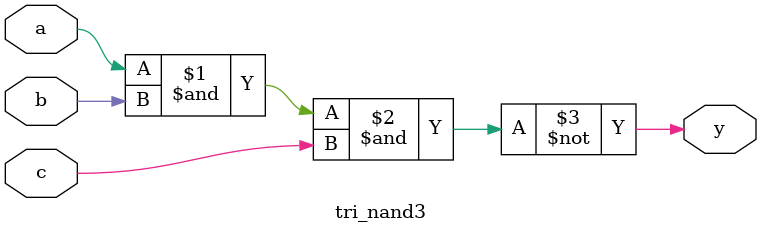
<source format=v>

`timescale 1 ns / 1 ns


`include "tri_a2o.vh"

module tri_nand3(
   y,
   a,
   b,
   c
);
   parameter                      WIDTH = 1;
   parameter                      BTR = "NAND3_X2M_NONE";  
   output [0:WIDTH-1]  y;
   input [0:WIDTH-1]   a;
   input [0:WIDTH-1]   b;
   input [0:WIDTH-1]   c;

   genvar 	       i;
   
   generate
      begin : t
	 for (i = 0; i < WIDTH; i = i + 1)
	   begin : w

      	      nand I0(y[i], a[i], b[i], c[i]);

	      
	   end 
      end
      
   endgenerate
endmodule



</source>
